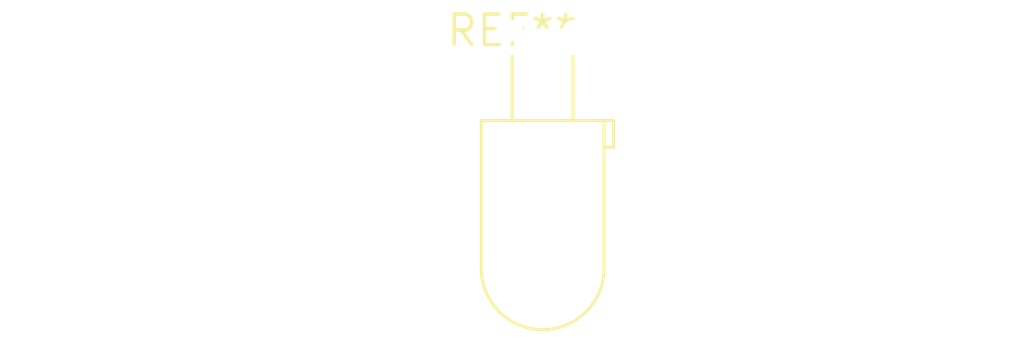
<source format=kicad_pcb>
(kicad_pcb (version 20240108) (generator pcbnew)
  (layers (0 "F.Cu" signal) (31 "B.Cu" signal) (34 "B.Paste" user) (35 "F.Paste" user) (36 "B.SilkS" user "B.Silkscreen") (37 "F.SilkS" user "F.Silkscreen") (38 "B.Mask" user) (39 "F.Mask" user) (44 "Edge.Cuts" user))
  (net 0 "")
  (footprint "LED_D5.0mm_Horizontal_O3.81mm_Z15.0mm" (layer "F.Cu") (at 0 0)
    (property "Reference" "REF**")
    (property "Value" "LED_D5.0mm_Horizontal_O3.81mm_Z15.0mm")
    (fp_line (start -1.29 3.75) (end -1.29 9.91) (layer "F.SilkS") (stroke (width 0.12)))
    (fp_line (start -1.29 3.75) (end 3.83 3.75) (layer "F.SilkS") (stroke (width 0.12)))
    (fp_line (start 0 1.08) (end 0 1.08) (layer "F.SilkS") (stroke (width 0.12)))
    (fp_line (start 0 1.08) (end 0 3.75) (layer "F.SilkS") (stroke (width 0.12)))
    (fp_line (start 0 3.75) (end 0 1.08) (layer "F.SilkS") (stroke (width 0.12)))
    (fp_line (start 0 3.75) (end 0 3.75) (layer "F.SilkS") (stroke (width 0.12)))
    (fp_line (start 2.54 1.08) (end 2.54 1.08) (layer "F.SilkS") (stroke (width 0.12)))
    (fp_line (start 2.54 1.08) (end 2.54 3.75) (layer "F.SilkS") (stroke (width 0.12)))
    (fp_line (start 2.54 3.75) (end 2.54 1.08) (layer "F.SilkS") (stroke (width 0.12)))
    (fp_line (start 2.54 3.75) (end 2.54 3.75) (layer "F.SilkS") (stroke (width 0.12)))
    (fp_line (start 3.83 3.75) (end 3.83 9.91) (layer "F.SilkS") (stroke (width 0.12)))
    (fp_line (start 3.83 3.75) (end 4.23 3.75) (layer "F.SilkS") (stroke (width 0.12)))
    (fp_line (start 3.83 4.87) (end 3.83 3.75) (layer "F.SilkS") (stroke (width 0.12)))
    (fp_line (start 4.23 3.75) (end 4.23 4.87) (layer "F.SilkS") (stroke (width 0.12)))
    (fp_line (start 4.23 4.87) (end 3.83 4.87) (layer "F.SilkS") (stroke (width 0.12)))
    (fp_arc (start 3.83 9.91) (mid 1.27 12.47) (end -1.29 9.91) (layer "F.SilkS") (stroke (width 0.12)))
    (pad "1" thru_hole rect (at 0 0) (size 1.8 1.8) (drill 0.9) (layers *.Cu *.Mask) (remove_unused_layers))
    (pad "2" thru_hole circle (at 2.54 0) (size 1.8 1.8) (drill 0.9) (layers *.Cu *.Mask) (remove_unused_layers))
  )
)
</source>
